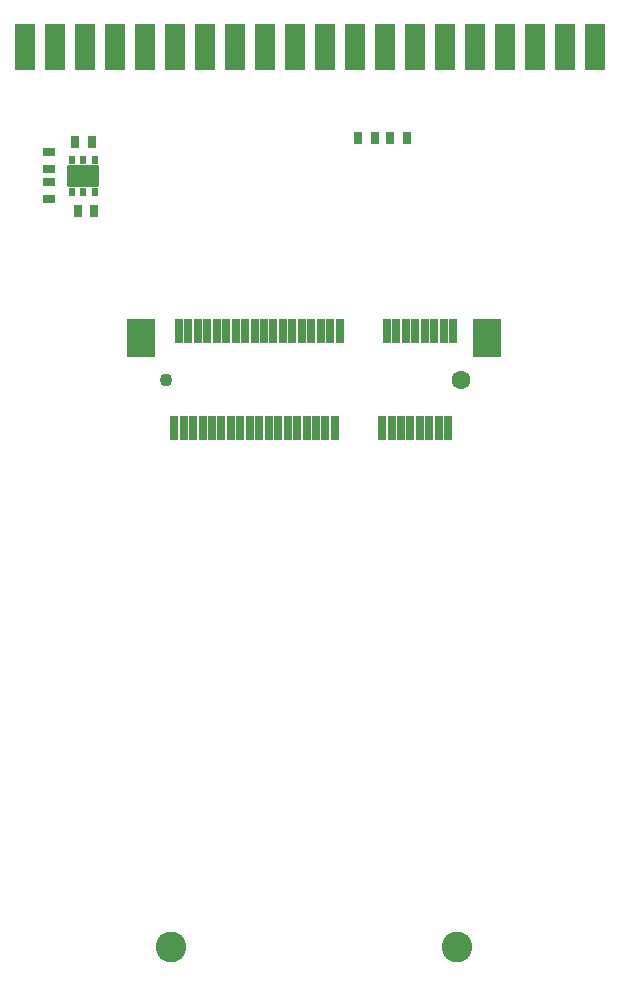
<source format=gts>
%TF.GenerationSoftware,KiCad,Pcbnew,(5.99.0-9801-g46d71f0d23)*%
%TF.CreationDate,2021-03-17T00:26:50+01:00*%
%TF.ProjectId,pi-hat-lorawan-gateway-minipci,70692d68-6174-42d6-9c6f-726177616e2d,rev?*%
%TF.SameCoordinates,Original*%
%TF.FileFunction,Soldermask,Top*%
%TF.FilePolarity,Negative*%
%FSLAX46Y46*%
G04 Gerber Fmt 4.6, Leading zero omitted, Abs format (unit mm)*
G04 Created by KiCad (PCBNEW (5.99.0-9801-g46d71f0d23)) date 2021-03-17 00:26:50*
%MOMM*%
%LPD*%
G01*
G04 APERTURE LIST*
G04 Aperture macros list*
%AMRoundRect*
0 Rectangle with rounded corners*
0 $1 Rounding radius*
0 $2 $3 $4 $5 $6 $7 $8 $9 X,Y pos of 4 corners*
0 Add a 4 corners polygon primitive as box body*
4,1,4,$2,$3,$4,$5,$6,$7,$8,$9,$2,$3,0*
0 Add four circle primitives for the rounded corners*
1,1,$1+$1,$2,$3*
1,1,$1+$1,$4,$5*
1,1,$1+$1,$6,$7*
1,1,$1+$1,$8,$9*
0 Add four rect primitives between the rounded corners*
20,1,$1+$1,$2,$3,$4,$5,0*
20,1,$1+$1,$4,$5,$6,$7,0*
20,1,$1+$1,$6,$7,$8,$9,0*
20,1,$1+$1,$8,$9,$2,$3,0*%
G04 Aperture macros list end*
%ADD10C,1.600000*%
%ADD11C,2.600000*%
%ADD12C,1.100000*%
%ADD13RoundRect,0.010000X1.150000X1.600000X-1.150000X1.600000X-1.150000X-1.600000X1.150000X-1.600000X0*%
%ADD14RoundRect,0.010000X0.265000X1.000000X-0.265000X1.000000X-0.265000X-1.000000X0.265000X-1.000000X0*%
%ADD15RoundRect,0.010000X-0.500000X0.300000X-0.500000X-0.300000X0.500000X-0.300000X0.500000X0.300000X0*%
%ADD16RoundRect,0.010000X0.500000X-0.300000X0.500000X0.300000X-0.500000X0.300000X-0.500000X-0.300000X0*%
%ADD17RoundRect,0.010000X-0.300000X-0.500000X0.300000X-0.500000X0.300000X0.500000X-0.300000X0.500000X0*%
%ADD18RoundRect,0.010000X0.300000X0.500000X-0.300000X0.500000X-0.300000X-0.500000X0.300000X-0.500000X0*%
%ADD19RoundRect,0.050000X0.225000X-0.315000X0.225000X0.315000X-0.225000X0.315000X-0.225000X-0.315000X0*%
%ADD20RoundRect,0.050000X1.300000X-0.850000X1.300000X0.850000X-1.300000X0.850000X-1.300000X-0.850000X0*%
%ADD21R,1.800000X4.000000*%
G04 APERTURE END LIST*
D10*
%TO.C,Con2*%
X222450000Y-88282500D03*
D11*
X222050000Y-136332500D03*
D12*
X197450000Y-88282500D03*
D11*
X197850000Y-136332500D03*
D13*
X195300000Y-84782500D03*
X224600000Y-84782500D03*
D14*
X221750000Y-84182500D03*
X221350000Y-92382500D03*
X220950000Y-84182500D03*
X220550000Y-92382500D03*
X220150000Y-84182500D03*
X219750000Y-92382500D03*
X219350000Y-84182500D03*
X218950000Y-92382500D03*
X218550000Y-84182500D03*
X218150000Y-92382500D03*
X217750000Y-84182500D03*
X217350000Y-92382500D03*
X216950000Y-84182500D03*
X216550000Y-92382500D03*
X216150000Y-84182500D03*
X215750000Y-92382500D03*
X212150000Y-84182500D03*
X211750000Y-92382500D03*
X211350000Y-84182500D03*
X210950000Y-92382500D03*
X210550000Y-84182500D03*
X210150000Y-92382500D03*
X209750000Y-84182500D03*
X209350000Y-92382500D03*
X208950000Y-84182500D03*
X208550000Y-92382500D03*
X208150000Y-84182500D03*
X207750000Y-92382500D03*
X207350000Y-84182500D03*
X206950000Y-92382500D03*
X206550000Y-84182500D03*
X206150000Y-92382500D03*
X205750000Y-84182500D03*
X205350000Y-92382500D03*
X204950000Y-84182500D03*
X204550000Y-92382500D03*
X204150000Y-84182500D03*
X203750000Y-92382500D03*
X203350000Y-84182500D03*
X202950000Y-92382500D03*
X202550000Y-84182500D03*
X202150000Y-92382500D03*
X201750000Y-84182500D03*
X201350000Y-92382500D03*
X200950000Y-84182500D03*
X200550000Y-92382500D03*
X200150000Y-84182500D03*
X199750000Y-92382500D03*
X199350000Y-84182500D03*
X198950000Y-92382500D03*
X198550000Y-84182500D03*
X198150000Y-92382500D03*
%TD*%
D15*
%TO.C,C1*%
X187570000Y-71560000D03*
X187570000Y-72960000D03*
%TD*%
D16*
%TO.C,C2*%
X187570000Y-70440000D03*
X187570000Y-69040000D03*
%TD*%
D17*
%TO.C,D1*%
X216440000Y-67840000D03*
X217840000Y-67840000D03*
%TD*%
D18*
%TO.C,R3*%
X215150000Y-67840000D03*
X213750000Y-67840000D03*
%TD*%
D17*
%TO.C,C3*%
X189790000Y-68160000D03*
X191190000Y-68160000D03*
%TD*%
%TO.C,C4*%
X189990000Y-73970000D03*
X191390000Y-73970000D03*
%TD*%
D19*
%TO.C,U1*%
X189500000Y-72360000D03*
X190450000Y-72360000D03*
X191400000Y-72360000D03*
X191400000Y-69680000D03*
X190450000Y-69680000D03*
X189500000Y-69680000D03*
D20*
X190450000Y-71020000D03*
%TD*%
D21*
%TO.C,Con1*%
X185550000Y-60110000D03*
X188090000Y-60110000D03*
X190630000Y-60110000D03*
X193170000Y-60110000D03*
X195710000Y-60110000D03*
X198250000Y-60110000D03*
X200790000Y-60110000D03*
X203330000Y-60110000D03*
X205870000Y-60110000D03*
X208410000Y-60110000D03*
X210950000Y-60110000D03*
X213490000Y-60110000D03*
X216030000Y-60110000D03*
X218570000Y-60110000D03*
X221110000Y-60110000D03*
X223650000Y-60110000D03*
X226190000Y-60110000D03*
X228730000Y-60110000D03*
X231270000Y-60110000D03*
X233810000Y-60110000D03*
%TD*%
M02*

</source>
